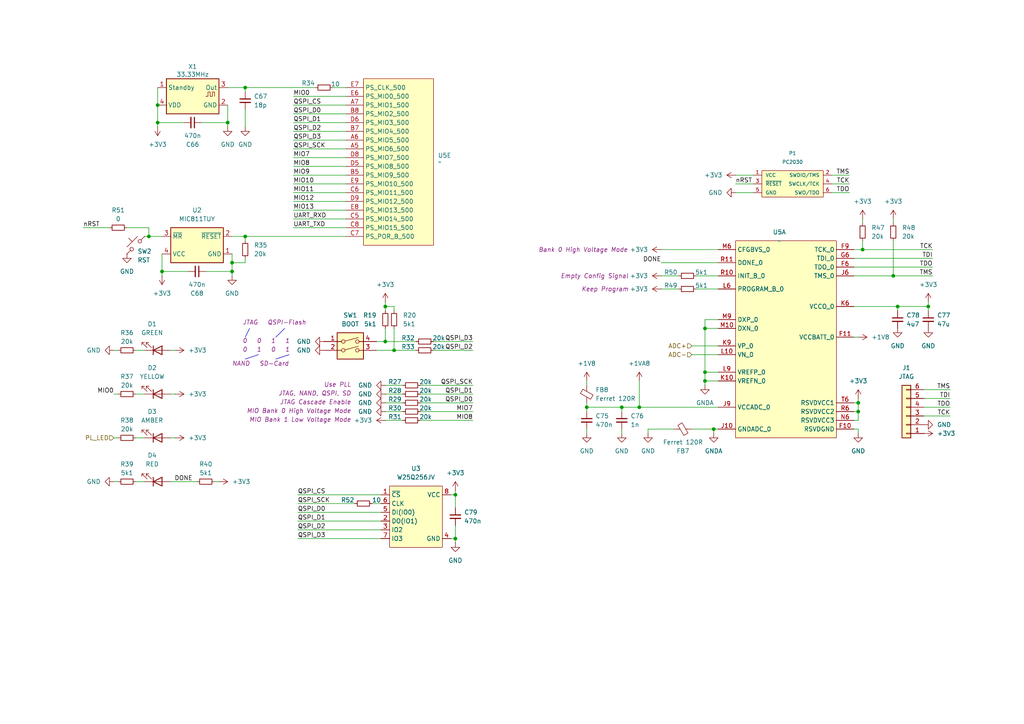
<source format=kicad_sch>
(kicad_sch (version 20231120) (generator "eeschema") (generator_version "8.0")
  (paper "A4")
  (junction (at 114.3 101.6))
  (junction (at 248.92 119.38))
  (junction (at 207.01 124.46))
  (junction (at 67.31 76.2))
  (junction (at 45.72 30.48))
  (junction (at 66.04 35.56))
  (junction (at 111.76 88.9))
  (junction (at 45.72 35.56))
  (junction (at 204.47 107.95))
  (junction (at 111.76 99.06))
  (junction (at 180.34 118.11))
  (junction (at 71.12 25.4))
  (junction (at 67.31 78.74))
  (junction (at 132.08 156.21))
  (junction (at 71.12 68.58))
  (junction (at 46.99 78.74))
  (junction (at 170.18 118.11))
  (junction (at 250.19 72.39))
  (junction (at 260.35 88.9))
  (junction (at 269.24 88.9))
  (junction (at 43.18 68.58))
  (junction (at 248.92 116.84))
  (junction (at 204.47 110.49))
  (junction (at 259.08 80.01))
  (junction (at 132.08 143.51))
  (junction (at 185.42 118.11))
  (junction (at 204.47 95.25))
  (wire (pts (xy 109.22 101.6) (xy 114.3 101.6)))
  (wire (pts (xy 111.76 88.9) (xy 114.3 88.9)))
  (wire (pts (xy 45.72 35.56) (xy 45.72 30.48)))
  (wire (pts (xy 71.12 25.4) (xy 91.44 25.4)))
  (wire (pts (xy 33.02 101.6) (xy 34.29 101.6)))
  (wire (pts (xy 85.09 53.34) (xy 100.33 53.34)))
  (wire (pts (xy 185.42 110.49) (xy 185.42 118.11)))
  (wire (pts (xy 85.09 38.1) (xy 100.33 38.1)))
  (wire (pts (xy 43.18 68.58) (xy 43.18 66.04)))
  (wire (pts (xy 66.04 25.4) (xy 71.12 25.4)))
  (wire (pts (xy 85.09 43.18) (xy 100.33 43.18)))
  (polyline (pts (xy 71.12 104.14) (xy 74.93 102.87)))
  (polyline (pts (xy 80.01 104.14) (xy 83.82 102.87)))
  (wire (pts (xy 85.09 60.96) (xy 100.33 60.96)))
  (wire (pts (xy 250.19 63.5) (xy 250.19 64.77)))
  (wire (pts (xy 85.09 55.88) (xy 100.33 55.88)))
  (wire (pts (xy 85.09 45.72) (xy 100.33 45.72)))
  (wire (pts (xy 86.36 151.13) (xy 110.49 151.13)))
  (wire (pts (xy 85.09 35.56) (xy 100.33 35.56)))
  (wire (pts (xy 170.18 118.11) (xy 180.34 118.11)))
  (wire (pts (xy 50.8 127) (xy 49.53 127)))
  (wire (pts (xy 111.76 114.3) (xy 116.84 114.3)))
  (wire (pts (xy 111.76 116.84) (xy 116.84 116.84)))
  (wire (pts (xy 86.36 153.67) (xy 110.49 153.67)))
  (wire (pts (xy 46.99 68.58) (xy 43.18 68.58)))
  (wire (pts (xy 39.37 101.6) (xy 41.91 101.6)))
  (wire (pts (xy 247.65 121.92) (xy 248.92 121.92)))
  (wire (pts (xy 54.61 78.74) (xy 46.99 78.74)))
  (wire (pts (xy 86.36 156.21) (xy 110.49 156.21)))
  (wire (pts (xy 191.77 76.2) (xy 208.28 76.2)))
  (wire (pts (xy 241.3 55.88) (xy 246.38 55.88)))
  (wire (pts (xy 187.96 124.46) (xy 187.96 125.73)))
  (wire (pts (xy 250.19 69.85) (xy 250.19 72.39)))
  (wire (pts (xy 33.02 127) (xy 34.29 127)))
  (wire (pts (xy 86.36 148.59) (xy 110.49 148.59)))
  (wire (pts (xy 114.3 88.9) (xy 114.3 90.17)))
  (wire (pts (xy 208.28 107.95) (xy 204.47 107.95)))
  (wire (pts (xy 267.97 113.03) (xy 275.59 113.03)))
  (wire (pts (xy 24.13 66.04) (xy 31.75 66.04)))
  (wire (pts (xy 85.09 27.94) (xy 100.33 27.94)))
  (wire (pts (xy 111.76 121.92) (xy 116.84 121.92)))
  (wire (pts (xy 207.01 124.46) (xy 208.28 124.46)))
  (wire (pts (xy 86.36 143.51) (xy 110.49 143.51)))
  (wire (pts (xy 67.31 73.66) (xy 67.31 76.2)))
  (wire (pts (xy 195.58 124.46) (xy 187.96 124.46)))
  (wire (pts (xy 85.09 33.02) (xy 100.33 33.02)))
  (wire (pts (xy 121.92 111.76) (xy 137.16 111.76)))
  (wire (pts (xy 66.04 30.48) (xy 66.04 35.56)))
  (wire (pts (xy 247.65 124.46) (xy 248.92 124.46)))
  (wire (pts (xy 125.73 101.6) (xy 137.16 101.6)))
  (wire (pts (xy 191.77 80.01) (xy 196.85 80.01)))
  (wire (pts (xy 247.65 88.9) (xy 260.35 88.9)))
  (wire (pts (xy 53.34 35.56) (xy 45.72 35.56)))
  (wire (pts (xy 111.76 111.76) (xy 116.84 111.76)))
  (wire (pts (xy 208.28 92.71) (xy 204.47 92.71)))
  (wire (pts (xy 201.93 83.82) (xy 208.28 83.82)))
  (wire (pts (xy 96.52 25.4) (xy 100.33 25.4)))
  (wire (pts (xy 213.36 55.88) (xy 218.44 55.88)))
  (wire (pts (xy 43.18 68.58) (xy 41.91 68.58)))
  (wire (pts (xy 267.97 120.65) (xy 275.59 120.65)))
  (wire (pts (xy 200.66 124.46) (xy 207.01 124.46)))
  (wire (pts (xy 259.08 69.85) (xy 259.08 80.01)))
  (wire (pts (xy 59.69 78.74) (xy 67.31 78.74)))
  (wire (pts (xy 58.42 35.56) (xy 66.04 35.56)))
  (wire (pts (xy 208.28 110.49) (xy 204.47 110.49)))
  (wire (pts (xy 201.93 80.01) (xy 208.28 80.01)))
  (wire (pts (xy 204.47 110.49) (xy 204.47 111.76)))
  (wire (pts (xy 111.76 119.38) (xy 116.84 119.38)))
  (wire (pts (xy 46.99 78.74) (xy 46.99 80.01)))
  (wire (pts (xy 85.09 30.48) (xy 100.33 30.48)))
  (wire (pts (xy 114.3 101.6) (xy 120.65 101.6)))
  (wire (pts (xy 132.08 152.4) (xy 132.08 156.21)))
  (wire (pts (xy 180.34 118.11) (xy 185.42 118.11)))
  (wire (pts (xy 270.51 77.47) (xy 247.65 77.47)))
  (wire (pts (xy 269.24 87.63) (xy 269.24 88.9)))
  (wire (pts (xy 125.73 99.06) (xy 137.16 99.06)))
  (wire (pts (xy 132.08 143.51) (xy 132.08 147.32)))
  (wire (pts (xy 50.8 114.3) (xy 49.53 114.3)))
  (wire (pts (xy 170.18 110.49) (xy 170.18 111.76)))
  (wire (pts (xy 121.92 116.84) (xy 137.16 116.84)))
  (wire (pts (xy 50.8 101.6) (xy 49.53 101.6)))
  (wire (pts (xy 248.92 116.84) (xy 248.92 119.38)))
  (wire (pts (xy 111.76 95.25) (xy 111.76 99.06)))
  (wire (pts (xy 46.99 78.74) (xy 46.99 73.66)))
  (wire (pts (xy 85.09 58.42) (xy 100.33 58.42)))
  (wire (pts (xy 71.12 74.93) (xy 71.12 76.2)))
  (wire (pts (xy 200.66 100.33) (xy 208.28 100.33)))
  (wire (pts (xy 191.77 83.82) (xy 196.85 83.82)))
  (wire (pts (xy 204.47 107.95) (xy 204.47 110.49)))
  (wire (pts (xy 248.92 119.38) (xy 248.92 121.92)))
  (wire (pts (xy 33.02 114.3) (xy 34.29 114.3)))
  (wire (pts (xy 260.35 88.9) (xy 269.24 88.9)))
  (wire (pts (xy 204.47 92.71) (xy 204.47 95.25)))
  (wire (pts (xy 114.3 95.25) (xy 114.3 101.6)))
  (wire (pts (xy 39.37 139.7) (xy 41.91 139.7)))
  (wire (pts (xy 71.12 76.2) (xy 67.31 76.2)))
  (wire (pts (xy 247.65 116.84) (xy 248.92 116.84)))
  (polyline (pts (xy 80.01 97.79) (xy 82.55 95.25)))
  (wire (pts (xy 170.18 116.84) (xy 170.18 118.11)))
  (wire (pts (xy 200.66 102.87) (xy 208.28 102.87)))
  (wire (pts (xy 33.02 139.7) (xy 34.29 139.7)))
  (wire (pts (xy 270.51 74.93) (xy 247.65 74.93)))
  (wire (pts (xy 204.47 95.25) (xy 204.47 107.95)))
  (wire (pts (xy 259.08 80.01) (xy 247.65 80.01)))
  (wire (pts (xy 213.36 50.8) (xy 218.44 50.8)))
  (wire (pts (xy 269.24 88.9) (xy 269.24 90.17)))
  (wire (pts (xy 248.92 124.46) (xy 248.92 125.73)))
  (wire (pts (xy 85.09 63.5) (xy 100.33 63.5)))
  (wire (pts (xy 111.76 87.63) (xy 111.76 88.9)))
  (wire (pts (xy 208.28 95.25) (xy 204.47 95.25)))
  (wire (pts (xy 107.95 146.05) (xy 110.49 146.05)))
  (wire (pts (xy 170.18 118.11) (xy 170.18 119.38)))
  (wire (pts (xy 259.08 63.5) (xy 259.08 64.77)))
  (wire (pts (xy 39.37 114.3) (xy 41.91 114.3)))
  (wire (pts (xy 71.12 69.85) (xy 71.12 68.58)))
  (wire (pts (xy 45.72 35.56) (xy 45.72 36.83)))
  (polyline (pts (xy 71.12 97.79) (xy 72.39 95.25)))
  (wire (pts (xy 132.08 157.48) (xy 132.08 156.21)))
  (wire (pts (xy 86.36 146.05) (xy 102.87 146.05)))
  (wire (pts (xy 49.53 139.7) (xy 57.15 139.7)))
  (wire (pts (xy 191.77 72.39) (xy 208.28 72.39)))
  (wire (pts (xy 121.92 119.38) (xy 137.16 119.38)))
  (wire (pts (xy 109.22 99.06) (xy 111.76 99.06)))
  (wire (pts (xy 132.08 142.24) (xy 132.08 143.51)))
  (wire (pts (xy 71.12 68.58) (xy 100.33 68.58)))
  (wire (pts (xy 36.83 66.04) (xy 43.18 66.04)))
  (wire (pts (xy 62.23 139.7) (xy 63.5 139.7)))
  (wire (pts (xy 66.04 35.56) (xy 66.04 36.83)))
  (wire (pts (xy 180.34 118.11) (xy 180.34 119.38)))
  (wire (pts (xy 270.51 72.39) (xy 250.19 72.39)))
  (wire (pts (xy 260.35 88.9) (xy 260.35 90.17)))
  (wire (pts (xy 71.12 25.4) (xy 71.12 26.67)))
  (wire (pts (xy 121.92 121.92) (xy 137.16 121.92)))
  (wire (pts (xy 185.42 118.11) (xy 208.28 118.11)))
  (wire (pts (xy 207.01 125.73) (xy 207.01 124.46)))
  (wire (pts (xy 170.18 125.73) (xy 170.18 124.46)))
  (wire (pts (xy 111.76 88.9) (xy 111.76 90.17)))
  (wire (pts (xy 241.3 53.34) (xy 246.38 53.34)))
  (wire (pts (xy 67.31 68.58) (xy 71.12 68.58)))
  (wire (pts (xy 71.12 36.83) (xy 71.12 31.75)))
  (wire (pts (xy 248.92 115.57) (xy 248.92 116.84)))
  (wire (pts (xy 85.09 66.04) (xy 100.33 66.04)))
  (wire (pts (xy 111.76 99.06) (xy 120.65 99.06)))
  (wire (pts (xy 275.59 115.57) (xy 267.97 115.57)))
  (wire (pts (xy 67.31 78.74) (xy 67.31 80.01)))
  (wire (pts (xy 121.92 114.3) (xy 137.16 114.3)))
  (wire (pts (xy 241.3 50.8) (xy 246.38 50.8)))
  (wire (pts (xy 247.65 97.79) (xy 248.92 97.79)))
  (wire (pts (xy 39.37 127) (xy 41.91 127)))
  (wire (pts (xy 250.19 72.39) (xy 247.65 72.39)))
  (wire (pts (xy 180.34 125.73) (xy 180.34 124.46)))
  (wire (pts (xy 247.65 119.38) (xy 248.92 119.38)))
  (wire (pts (xy 45.72 25.4) (xy 45.72 30.48)))
  (wire (pts (xy 275.59 118.11) (xy 267.97 118.11)))
  (wire (pts (xy 132.08 143.51) (xy 130.81 143.51)))
  (wire (pts (xy 270.51 80.01) (xy 259.08 80.01)))
  (wire (pts (xy 85.09 50.8) (xy 100.33 50.8)))
  (wire (pts (xy 85.09 48.26) (xy 100.33 48.26)))
  (wire (pts (xy 85.09 40.64) (xy 100.33 40.64)))
  (wire (pts (xy 132.08 156.21) (xy 130.81 156.21)))
  (wire (pts (xy 213.36 53.34) (xy 218.44 53.34)))
  (wire (pts (xy 67.31 76.2) (xy 67.31 78.74)))
  (text "Keep Program\n" (at 182.372 84.074 0) (effects (font (size 1.27 1.27) (italic yes)) (justify right)))
  (text "JTAG Cascade Enable\n" (at 101.854 116.84 0) (effects (font (size 1.27 1.27) (italic yes)) (justify right)))
  (text "NAND   SD-Card\n" (at 83.82 105.664 0) (effects (font (size 1.27 1.27) (italic yes)) (justify right)))
  (text "Bank 0 High Voltage Mode" (at 182.118 72.644 0) (effects (font (size 1.27 1.27) (italic yes)) (justify right)))
  (text "JTAG   QSPI-Flash" (at 70.358 93.726 0) (effects (font (size 1.27 1.27) (italic yes)) (justify left)))
  (text "MIO Bank 1 Low Voltage Mode" (at 101.854 121.92 0) (effects (font (size 1.27 1.27) (italic yes)) (justify right)))
  (text "0   1   0   1" (at 84.074 101.6 0) (effects (font (size 1.27 1.27) (italic yes)) (justify right)))
  (text "0   0   1   1" (at 84.074 99.06 0) (effects (font (size 1.27 1.27) (italic yes)) (justify right)))
  (text "Use PLL" (at 101.854 111.76 0) (effects (font (size 1.27 1.27) (italic yes)) (justify right)))
  (text "MIO Bank 0 High Voltage Mode" (at 101.854 119.38 0) (effects (font (size 1.27 1.27) (thickness 0.1588) (italic yes)) (justify right)))
  (text "Empty Config Signal" (at 182.372 80.264 0) (effects (font (size 1.27 1.27) (italic yes)) (justify right)))
  (text "JTAG, NAND, QSPI, SD" (at 101.854 114.3 0) (effects (font (size 1.27 1.27) (thickness 0.1588) (italic yes)) (justify right)))
  (label "UART_TXD" (at 85.09 66.04 0))
  (label "TDI" (at 270.51 74.93 180))
  (label "MIO13" (at 85.09 60.96 0))
  (label "QSPI_D1" (at 137.16 114.3 180))
  (label "QSPI_SCK" (at 137.16 111.76 180))
  (label "MIO11" (at 85.09 55.88 0))
  (label "QSPI_CS" (at 85.09 30.48 0))
  (label "TCK" (at 275.59 120.65 180))
  (label "TDO" (at 270.51 77.47 180))
  (label "DONE" (at 191.77 76.2 180))
  (label "TMS" (at 275.59 113.03 180))
  (label "MIO0" (at 33.02 114.3 180))
  (label "QSPI_SCK" (at 85.09 43.18 0))
  (label "QSPI_D3" (at 86.36 156.21 0))
  (label "QSPI_D2" (at 137.16 101.6 180))
  (label "MIO7" (at 85.09 45.72 0))
  (label "TCK" (at 246.38 53.34 180))
  (label "TCK" (at 270.51 72.39 180))
  (label "MIO8" (at 85.09 48.26 0))
  (label "QSPI_D2" (at 85.09 38.1 0))
  (label "TDO" (at 246.38 55.88 180))
  (label "nRST" (at 24.13 66.04 0))
  (label "MIO7" (at 137.16 119.38 180))
  (label "QSPI_D0" (at 137.16 116.84 180))
  (label "UART_RXD" (at 85.09 63.5 0))
  (label "QSPI_D2" (at 86.36 153.67 0))
  (label "QSPI_D3" (at 137.16 99.06 180))
  (label "QSPI_D1" (at 86.36 151.13 0))
  (label "QSPI_CS" (at 86.36 143.51 0))
  (label "QSPI_D1" (at 85.09 35.56 0))
  (label "QSPI_D0" (at 86.36 148.59 0))
  (label "nRST" (at 213.36 53.34 0))
  (label "TDO" (at 275.59 118.11 180))
  (label "MIO8" (at 137.16 121.92 180))
  (label "QSPI_D0" (at 85.09 33.02 0))
  (label "TDI" (at 275.59 115.57 180))
  (label "QSPI_D3" (at 85.09 40.64 0))
  (label "MIO9" (at 85.09 50.8 0))
  (label "MIO0" (at 85.09 27.94 0))
  (label "QSPI_SCK" (at 86.36 146.05 0))
  (label "DONE" (at 55.88 139.7 180))
  (label "TMS" (at 246.38 50.8 180))
  (label "TMS" (at 270.51 80.01 180))
  (label "MIO10" (at 85.09 53.34 0))
  (label "MIO12" (at 85.09 58.42 0))
  (hierarchical_label "PL_LED" (shape input) (at 33.02 127 180))
  (hierarchical_label "ADC-" (shape input) (at 200.66 102.87 180))
  (hierarchical_label "ADC+" (shape input) (at 200.66 100.33 180))
  (symbol (lib_id "Device:R_Small") (at 238.76 -12.7 0) (unit 1)
    (property "Reference" "R44" (at 241.3 -13.9701 0) (effects (justify left)))
    (property "Value" "5k1" (at 241.3 -11.4301 0) (effects (justify left)))
    (property "Footprint" "otter:R_0402" (effects (hide yes)))
    (property "Description" "Resistor, small symbol" (effects (hide yes)))
  )
  (symbol (lib_id "Device:R_Small") (at 71.12 72.39 180) (unit 1)
    (property "Reference" "R35" (at 73.66 71.1199 0) (effects (justify right)))
    (property "Value" "20k" (at 73.66 73.6599 0) (effects (justify right)))
    (property "Footprint" "otter:R_0402" (effects (hide yes)))
    (property "Description" "Resistor, small symbol" (effects (hide yes)))
  )
  (symbol (lib_id "Device:C_Small") (at 55.88 35.56 270) (mirror x) (unit 1)
    (property "Reference" "C66" (at 55.8736 41.91 90))
    (property "Value" "470n" (at 55.8736 39.37 90))
    (property "Footprint" "otter:C_0402" (effects (hide yes)))
    (property "Description" "Unpolarized capacitor, small symbol" (effects (hide yes)))
  )
  (symbol (lib_id "Device:R_Small") (at 259.08 67.31 180) (unit 1)
    (property "Reference" "R48" (at 261.62 66.0399 0) (effects (justify right)))
    (property "Value" "20k" (at 261.62 68.5799 0) (effects (justify right)))
    (property "Footprint" "otter:R_0402" (effects (hide yes)))
    (property "Description" "Resistor, small symbol" (effects (hide yes)))
  )
  (symbol (lib_id "power:+3V3") (at 248.92 115.57 0) (unit 1)
    (property "Reference" "#PWR0133" (effects (hide yes)))
    (property "Value" "+3V3" (at 248.92 110.49 0))
    (property "Description" "Power symbol creates a global label with name \"+3V3\"" (effects (hide yes)))
  )
  (symbol (lib_id "power:+3V3") (at 50.8 101.6 270) (mirror x) (unit 1)
    (property "Reference" "#PWR0103" (effects (hide yes)))
    (property "Value" "+3V3" (at 54.61 101.5999 90) (effects (justify left)))
    (property "Description" "Power symbol creates a global label with name \"+3V3\"" (effects (hide yes)))
  )
  (symbol (lib_id "power:+3V3") (at 269.24 87.63 0) (unit 1)
    (property "Reference" "#PWR0131" (effects (hide yes)))
    (property "Value" "+3V3" (at 269.24 82.55 0))
    (property "Description" "Power symbol creates a global label with name \"+3V3\"" (effects (hide yes)))
  )
  (symbol (lib_id "power:GND") (at 93.98 101.6 270) (unit 1)
    (property "Reference" "#PWR093" (effects (hide yes)))
    (property "Value" "GND" (at 90.17 101.5999 90) (effects (justify right)))
    (property "Description" "Power symbol creates a global label with name \"GND\" , ground" (effects (hide yes)))
  )
  (symbol (lib_id "Device:C_Small") (at 269.24 92.71 0) (unit 1)
    (property "Reference" "C77" (at 271.78 91.4462 0) (effects (justify left)))
    (property "Value" "47u" (at 271.78 93.9862 0) (effects (justify left)))
    (property "Footprint" "otter:C_0805" (effects (hide yes)))
    (property "Description" "Unpolarized capacitor, small symbol" (effects (hide yes)))
  )
  (symbol (lib_id "Device:R_Small") (at 105.41 146.05 90) (unit 1)
    (property "Reference" "R52" (at 100.838 145.034 90))
    (property "Value" "10" (at 109.22 145.034 90))
    (property "Footprint" "otter:R_0402" (effects (hide yes)))
    (property "Description" "Resistor, small symbol" (effects (hide yes)))
  )
  (symbol (lib_id "power:GND") (at 187.96 125.73 0) (unit 1)
    (property "Reference" "#PWR0118" (effects (hide yes)))
    (property "Value" "GND" (at 187.96 130.81 0))
    (property "Description" "Power symbol creates a global label with name \"GND\" , ground" (effects (hide yes)))
  )
  (symbol (lib_id "power:+1V0") (at 203.2 -36.83 90) (unit 1)
    (property "Reference" "#PWR0109" (effects (hide yes)))
    (property "Value" "+1V0" (at 199.39 -36.8301 90) (effects (justify left)))
    (property "Description" "Power symbol creates a global label with name \"+1V0\"" (effects (hide yes)))
  )
  (symbol (lib_id "power:+1V8") (at 170.18 110.49 0) (unit 1)
    (property "Reference" "#PWR0121" (effects (hide yes)))
    (property "Value" "+1V8" (at 170.18 105.41 0))
    (property "Description" "Power symbol creates a global label with name \"+1V8\"" (effects (hide yes)))
  )
  (symbol (lib_id "Device:C_Small") (at 247.65 -20.32 0) (unit 1)
    (property "Reference" "C74" (at 250.19 -21.5838 0) (effects (justify left)))
    (property "Value" "18p" (at 250.19 -19.0438 0) (effects (justify left)))
    (property "Footprint" "otter:C_0402" (effects (hide yes)))
    (property "Description" "Unpolarized capacitor, small symbol" (effects (hide yes)))
  )
  (symbol (lib_id "otter:ASDMB-xxxMHz") (at 55.88 27.94 0) (unit 1)
    (property "Reference" "X1" (at 55.88 19.304 0))
    (property "Value" "33.33MHz" (at 55.88 21.59 0))
    (property "Footprint" "otter:2532_SMD_CRYSTAL" (effects (hide yes)))
  )
  (symbol (lib_id "Device:R_Small") (at 209.55 -12.7 0) (unit 1)
    (property "Reference" "R41" (at 212.09 -13.9701 0) (effects (justify left)))
    (property "Value" "0" (at 212.09 -11.4301 0) (effects (justify left)))
    (property "Footprint" "otter:R_0402" (effects (hide yes)))
    (property "Description" "Resistor, small symbol" (effects (hide yes)))
  )
  (symbol (lib_id "Device:C_Small") (at 238.76 -20.32 0) (unit 1)
    (property "Reference" "C73" (at 241.3 -21.5838 0) (effects (justify left)))
    (property "Value" "1n" (at 241.3 -19.0438 0) (effects (justify left)))
    (property "Footprint" "otter:C_0603" (effects (hide yes)))
    (property "Description" "Unpolarized capacitor, small symbol" (effects (hide yes)))
  )
  (symbol (lib_id "Device:R_Small") (at 119.38 111.76 90) (unit 1)
    (property "Reference" "R27" (at 114.554 110.744 90))
    (property "Value" "20k" (at 123.444 110.744 90))
    (property "Footprint" "otter:R_0402" (effects (hide yes)))
    (property "Description" "Resistor, small symbol" (effects (hide yes)))
  )
  (symbol (lib_id "power:+3V3") (at 203.2 -17.78 90) (unit 1)
    (property "Reference" "#PWR0115" (effects (hide yes)))
    (property "Value" "+3V3" (at 199.39 -17.7801 90) (effects (justify left)))
    (property "Description" "Power symbol creates a global label with name \"+3V3\"" (effects (hide yes)))
  )
  (symbol (lib_id "Device:R_Small") (at 93.98 25.4 90) (unit 1)
    (property "Reference" "R34" (at 89.408 24.13 90))
    (property "Value" "10" (at 97.282 24.384 90))
    (property "Footprint" "otter:R_0402" (effects (hide yes)))
    (property "Description" "Resistor, small symbol" (effects (hide yes)))
  )
  (symbol (lib_id "Device:R_Small") (at 36.83 114.3 90) (mirror x) (unit 1)
    (property "Reference" "R37" (at 36.83 109.22 90))
    (property "Value" "20k" (at 36.83 111.76 90))
    (property "Footprint" "otter:R_0402" (effects (hide yes)))
    (property "Description" "Resistor, small symbol" (effects (hide yes)))
  )
  (symbol (lib_id "Device:R_Small") (at 111.76 92.71 0) (unit 1)
    (property "Reference" "R19" (at 109.22 91.4399 0) (effects (justify right)))
    (property "Value" "5k1" (at 109.22 93.9799 0) (effects (justify right)))
    (property "Footprint" "otter:R_0402" (effects (hide yes)))
    (property "Description" "Resistor, small symbol" (effects (hide yes)))
  )
  (symbol (lib_id "power:GND") (at 111.76 116.84 270) (unit 1)
    (property "Reference" "#PWR097" (effects (hide yes)))
    (property "Value" "GND" (at 107.95 116.8399 90) (effects (justify right)))
    (property "Description" "Power symbol creates a global label with name \"GND\" , ground" (effects (hide yes)))
  )
  (symbol (lib_id "power:GND") (at 267.97 123.19 90) (unit 1)
    (property "Reference" "#PWR0138" (effects (hide yes)))
    (property "Value" "GND" (at 271.78 123.1899 90) (effects (justify right)))
    (property "Description" "Power symbol creates a global label with name \"GND\" , ground" (effects (hide yes)))
  )
  (symbol (lib_id "otter:XC7Z020-1CLG400C") (at 208.28 127 0) (unit 1)
    (property "Reference" "U5" (at 226.06 67.31 0))
    (property "Value" "~" (at 226.06 69.85 0))
    (property "Footprint" "otter:1CLG400C" (effects (hide yes)))
  )
  (symbol (lib_id "power:+1V35") (at 203.2 -29.21 90) (unit 1)
    (property "Reference" "#PWR0112" (effects (hide yes)))
    (property "Value" "+1V35" (at 199.39 -29.2101 90) (effects (justify left)))
    (property "Description" "Power symbol creates a global label with name \"+1V35\"" (effects (hide yes)))
  )
  (symbol (lib_id "power:GND") (at 269.24 95.25 0) (unit 1)
    (property "Reference" "#PWR0130" (effects (hide yes)))
    (property "Value" "GND" (at 269.24 100.33 0))
    (property "Description" "Power symbol creates a global label with name \"GND\" , ground" (effects (hide yes)))
  )
  (symbol (lib_id "Device:R_Small") (at 34.29 66.04 90) (unit 1)
    (property "Reference" "R51" (at 34.29 60.96 90))
    (property "Value" "0" (at 34.29 63.5 90))
    (property "Footprint" "otter:R_0402" (effects (hide yes)))
    (property "Description" "Resistor, small symbol" (effects (hide yes)))
  )
  (symbol (lib_id "Device:C_Small") (at 218.44 -20.32 0) (unit 1)
    (property "Reference" "C70" (at 220.98 -21.5838 0) (effects (justify left)))
    (property "Value" "4u7" (at 220.98 -19.0438 0) (effects (justify left)))
    (property "Footprint" "otter:C_0603" (effects (hide yes)))
    (property "Description" "Unpolarized capacitor, small symbol" (effects (hide yes)))
  )
  (symbol (lib_id "power:GND") (at 36.83 73.66 0) (unit 1)
    (property "Reference" "#PWR0102" (effects (hide yes)))
    (property "Value" "GND" (at 36.83 78.74 0))
    (property "Description" "Power symbol creates a global label with name \"GND\" , ground" (effects (hide yes)))
  )
  (symbol (lib_id "power:+3V3") (at 213.36 50.8 90) (unit 1)
    (property "Reference" "#PWR0135" (effects (hide yes)))
    (property "Value" "+3V3" (at 209.55 50.7999 90) (effects (justify left)))
    (property "Description" "Power symbol creates a global label with name \"+3V3\"" (effects (hide yes)))
  )
  (symbol (lib_id "otter:XC7Z020-1CLG400C") (at 100.33 71.12 0) (unit 5)
    (property "Reference" "U5" (at 127 45.0849 0) (effects (justify left)))
    (property "Value" "~" (at 127 46.99 0) (effects (justify left)))
    (property "Footprint" "otter:1CLG400C" (effects (hide yes)))
  )
  (symbol (lib_id "Device:FerriteBead_Small") (at 213.36 -27.94 90) (unit 1)
    (property "Reference" "FB6" (at 213.3219 -34.29 90))
    (property "Value" "Ferret 120R" (at 213.3219 -31.75 90))
    (property "Description" "Ferrite bead, small symbol" (effects (hide yes)))
  )
  (symbol (lib_id "power:GND") (at 180.34 125.73 0) (unit 1)
    (property "Reference" "#PWR0119" (effects (hide yes)))
    (property "Value" "GND" (at 180.34 130.81 0))
    (property "Description" "Power symbol creates a global label with name \"GND\" , ground" (effects (hide yes)))
  )
  (symbol (lib_id "power:+5V") (at 203.2 -10.16 90) (unit 1)
    (property "Reference" "#PWR0117" (effects (hide yes)))
    (property "Value" "+5V" (at 199.39 -10.1601 90) (effects (justify left)))
    (property "Description" "Power symbol creates a global label with name \"+5V\"" (effects (hide yes)))
  )
  (symbol (lib_id "power:+3V3") (at 191.77 72.39 90) (mirror x) (unit 1)
    (property "Reference" "#PWR0123" (effects (hide yes)))
    (property "Value" "+3V3" (at 187.96 72.3899 90) (effects (justify left)))
    (property "Description" "Power symbol creates a global label with name \"+3V3\"" (effects (hide yes)))
  )
  (symbol (lib_id "power:GND") (at 170.18 125.73 0) (unit 1)
    (property "Reference" "#PWR0120" (effects (hide yes)))
    (property "Value" "GND" (at 170.18 130.81 0))
    (property "Description" "Power symbol creates a global label with name \"GND\" , ground" (effects (hide yes)))
  )
  (symbol (lib_id "power:GND") (at 213.36 55.88 270) (unit 1)
    (property "Reference" "#PWR0136" (effects (hide yes)))
    (property "Value" "GND" (at 209.55 55.8799 90) (effects (justify right)))
    (property "Description" "Power symbol creates a global label with name \"GND\" , ground" (effects (hide yes)))
  )
  (symbol (lib_id "Device:C_Small") (at 57.15 78.74 270) (mirror x) (unit 1)
    (property "Reference" "C68" (at 57.1436 85.09 90))
    (property "Value" "470n" (at 57.1436 82.55 90))
    (property "Footprint" "otter:C_0402" (effects (hide yes)))
    (property "Description" "Unpolarized capacitor, small symbol" (effects (hide yes)))
  )
  (symbol (lib_id "Device:LED") (at 45.72 114.3 0) (mirror x) (unit 1)
    (property "Reference" "D2" (at 44.1325 106.68 0))
    (property "Value" "YELLOW" (at 44.1325 109.22 0))
    (property "Description" "Light emitting diode" (effects (hide yes)))
  )
  (symbol (lib_id "power:GND") (at 66.04 36.83 0) (unit 1)
    (property "Reference" "#PWR077" (effects (hide yes)))
    (property "Value" "GND" (at 66.04 41.91 0))
    (property "Description" "Power symbol creates a global label with name \"GND\" , ground" (effects (hide yes)))
  )
  (symbol (lib_id "power:GND") (at 93.98 99.06 270) (unit 1)
    (property "Reference" "#PWR092" (effects (hide yes)))
    (property "Value" "GND" (at 90.17 99.0599 90) (effects (justify right)))
    (property "Description" "Power symbol creates a global label with name \"GND\" , ground" (effects (hide yes)))
  )
  (symbol (lib_id "Device:C_Small") (at 71.12 29.21 0) (unit 1)
    (property "Reference" "C67" (at 73.66 27.9462 0) (effects (justify left)))
    (property "Value" "18p" (at 73.66 30.4862 0) (effects (justify left)))
    (property "Footprint" "otter:C_0402" (effects (hide yes)))
    (property "Description" "Unpolarized capacitor, small symbol" (effects (hide yes)))
  )
  (symbol (lib_id "Device:C_Polarized_Small") (at 227.33 -29.21 0) (unit 1)
    (property "Reference" "C71" (at 229.87 -31.0262 0) (effects (justify left)))
    (property "Value" "330u" (at 229.87 -28.4862 0) (effects (justify left)))
    (property "Footprint" "Capacitor_Tantalum_SMD:CP_EIA-7343-15_Kemet-W" (effects (hide yes)))
    (property "Description" "Polarized capacitor, small symbol" (effects (hide yes)))
  )
  (symbol (lib_id "Device:LED") (at 45.72 101.6 0) (mirror x) (unit 1)
    (property "Reference" "D1" (at 44.1325 93.98 0))
    (property "Value" "GREEN" (at 44.1325 96.52 0))
    (property "Description" "Light emitting diode" (effects (hide yes)))
  )
  (symbol (lib_id "power:+3V3") (at 191.77 80.01 90) (unit 1)
    (property "Reference" "#PWR0127" (effects (hide yes)))
    (property "Value" "+3V3" (at 187.96 80.0099 90) (effects (justify left)))
    (property "Description" "Power symbol creates a global label with name \"+3V3\"" (effects (hide yes)))
  )
  (symbol (lib_id "power:GND") (at 111.76 111.76 270) (unit 1)
    (property "Reference" "#PWR095" (effects (hide yes)))
    (property "Value" "GND" (at 107.95 111.7599 90) (effects (justify right)))
    (property "Description" "Power symbol creates a global label with name \"GND\" , ground" (effects (hide yes)))
  )
  (symbol (lib_id "Switch:SW_DIP_x02") (at 101.6 101.6 0) (unit 1)
    (property "Reference" "SW1" (at 101.6 91.44 0))
    (property "Value" "BOOT" (at 101.6 93.98 0))
    (property "Description" "2x DIP Switch, Single Pole Single Throw (SPST) switch, small symbol" (effects (hide yes)))
  )
  (symbol (lib_id "power:GND") (at 260.35 95.25 0) (unit 1)
    (property "Reference" "#PWR0129" (effects (hide yes)))
    (property "Value" "GND" (at 260.35 100.33 0))
    (property "Description" "Power symbol creates a global label with name \"GND\" , ground" (effects (hide yes)))
  )
  (symbol (lib_id "power:+3V3") (at 191.77 83.82 90) (unit 1)
    (property "Reference" "#PWR0126" (effects (hide yes)))
    (property "Value" "+3V3" (at 187.96 83.8199 90) (effects (justify left)))
    (property "Description" "Power symbol creates a global label with name \"+3V3\"" (effects (hide yes)))
  )
  (symbol (lib_id "power:+3V3") (at 111.76 121.92 90) (unit 1)
    (property "Reference" "#PWR099" (effects (hide yes)))
    (property "Value" "+3V3" (at 107.95 121.9199 90) (effects (justify left)))
    (property "Description" "Power symbol creates a global label with name \"+3V3\"" (effects (hide yes)))
  )
  (symbol (lib_id "power:GNDA") (at 204.47 111.76 0) (unit 1)
    (property "Reference" "#PWR0134" (effects (hide yes)))
    (property "Value" "GNDA" (at 204.47 116.84 0))
    (property "Description" "Power symbol creates a global label with name \"GNDA\" , analog ground" (effects (hide yes)))
  )
  (symbol (lib_id "Device:R_Small") (at 123.19 101.6 90) (unit 1)
    (property "Reference" "R33" (at 118.364 100.584 90))
    (property "Value" "20k" (at 127.254 100.584 90))
    (property "Footprint" "otter:R_0402" (effects (hide yes)))
    (property "Description" "Resistor, small symbol" (effects (hide yes)))
  )
  (symbol (lib_id "power:GND") (at 111.76 119.38 270) (unit 1)
    (property "Reference" "#PWR098" (effects (hide yes)))
    (property "Value" "GND" (at 107.95 119.3799 90) (effects (justify right)))
    (property "Description" "Power symbol creates a global label with name \"GND\" , ground" (effects (hide yes)))
  )
  (symbol (lib_id "Device:R_Small") (at 123.19 99.06 90) (unit 1)
    (property "Reference" "R32" (at 118.364 98.044 90))
    (property "Value" "20k" (at 127.254 98.044 90))
    (property "Footprint" "otter:R_0402" (effects (hide yes)))
    (property "Description" "Resistor, small symbol" (effects (hide yes)))
  )
  (symbol (lib_id "Device:LED") (at 45.72 139.7 0) (mirror x) (unit 1)
    (property "Reference" "D4" (at 44.1325 132.08 0))
    (property "Value" "RED" (at 44.1325 134.62 0))
    (property "Description" "Light emitting diode" (effects (hide yes)))
  )
  (symbol (lib_id "power:+3V3") (at 50.8 127 270) (mirror x) (unit 1)
    (property "Reference" "#PWR0108" (effects (hide yes)))
    (property "Value" "+3V3" (at 54.61 126.9999 90) (effects (justify left)))
    (property "Description" "Power symbol creates a global label with name \"+3V3\"" (effects (hide yes)))
  )
  (symbol (lib_id "Device:R_Small") (at 36.83 127 90) (mirror x) (unit 1)
    (property "Reference" "R38" (at 36.83 121.92 90))
    (property "Value" "20k" (at 36.83 124.46 90))
    (property "Footprint" "otter:R_0402" (effects (hide yes)))
    (property "Description" "Resistor, small symbol" (effects (hide yes)))
  )
  (symbol (lib_id "power:+1V8") (at 185.42 110.49 0) (unit 1)
    (property "Reference" "#PWR0122" (effects (hide yes)))
    (property "Value" "+1VA8" (at 185.42 105.41 0))
    (property "Description" "Power symbol creates a global label with name \"+1V8\"" (effects (hide yes)))
  )
  (symbol (lib_id "Device:C_Small") (at 260.35 92.71 0) (unit 1)
    (property "Reference" "C78" (at 262.89 91.4462 0) (effects (justify left)))
    (property "Value" "4u7" (at 262.89 93.9862 0) (effects (justify left)))
    (property "Footprint" "otter:C_0603" (effects (hide yes)))
    (property "Description" "Unpolarized capacitor, small symbol" (effects (hide yes)))
  )
  (symbol (lib_id "power:+1V8") (at 203.2 -25.4 90) (unit 1)
    (property "Reference" "#PWR0113" (effects (hide yes)))
    (property "Value" "+1V8" (at 199.39 -25.4001 90) (effects (justify left)))
    (property "Description" "Power symbol creates a global label with name \"+1V8\"" (effects (hide yes)))
  )
  (symbol (lib_id "power:+3V3") (at 111.76 87.63 0) (unit 1)
    (property "Reference" "#PWR094" (effects (hide yes)))
    (property "Value" "+3V3" (at 111.76 82.55 0))
    (property "Description" "Power symbol creates a global label with name \"+3V3\"" (effects (hide yes)))
  )
  (symbol (lib_id "power:GND") (at 67.31 80.01 0) (unit 1)
    (property "Reference" "#PWR0101" (effects (hide yes)))
    (property "Value" "GND" (at 67.31 85.09 0))
    (property "Description" "Power symbol creates a global label with name \"GND\" , ground" (effects (hide yes)))
  )
  (symbol (lib_id "Device:R_Small") (at 256.54 -12.7 0) (unit 1)
    (property "Reference" "R46" (at 259.08 -13.9701 0) (effects (justify left)))
    (property "Value" "1M" (at 259.08 -11.4301 0) (effects (justify left)))
    (property "Footprint" "otter:R_0603" (effects (hide yes)))
    (property "Description" "Resistor, small symbol" (effects (hide yes)))
  )
  (symbol (lib_id "Device:R_Small") (at 114.3 92.71 0) (unit 1)
    (property "Reference" "R20" (at 116.84 91.4399 0) (effects (justify left)))
    (property "Value" "5k1" (at 116.84 93.9799 0) (effects (justify left)))
    (property "Footprint" "otter:R_0402" (effects (hide yes)))
    (property "Description" "Resistor, small symbol" (effects (hide yes)))
  )
  (symbol (lib_id "Device:R_Small") (at 250.19 67.31 180) (unit 1)
    (property "Reference" "R47" (at 252.73 66.0399 0) (effects (justify right)))
    (property "Value" "20k" (at 252.73 68.5799 0) (effects (justify right)))
    (property "Footprint" "otter:R_0402" (effects (hide yes)))
    (property "Description" "Resistor, small symbol" (effects (hide yes)))
  )
  (symbol (lib_id "power:+3V3") (at 259.08 63.5 0) (unit 1)
    (property "Reference" "#PWR0125" (effects (hide yes)))
    (property "Value" "+3V3" (at 259.08 58.42 0))
    (property "Description" "Power symbol creates a global label with name \"+3V3\"" (effects (hide yes)))
  )
  (symbol (lib_id "Device:FerriteBead_Small") (at 170.18 114.3 180) (unit 1)
    (property "Reference" "FB8" (at 172.72 113.068 0) (effects (justify right)))
    (property "Value" "Ferret 120R" (at 172.72 115.608 0) (effects (justify right)))
    (property "Description" "Ferrite bead, small symbol" (effects (hide yes)))
  )
  (symbol (lib_id "Device:FerriteBead_Small") (at 198.12 124.46 90) (mirror x) (unit 1)
    (property "Reference" "FB7" (at 198.0819 130.81 90))
    (property "Value" "Ferret 120R" (at 198.0819 128.27 90))
    (property "Description" "Ferrite bead, small symbol" (effects (hide yes)))
  )
  (symbol (lib_id "Device:C_Small") (at 170.18 121.92 0) (unit 1)
    (property "Reference" "C75" (at 172.72 120.6562 0) (effects (justify left)))
    (property "Value" "470n" (at 172.72 123.1962 0) (effects (justify left)))
    (property "Footprint" "otter:C_0402" (effects (hide yes)))
    (property "Description" "Unpolarized capacitor, small symbol" (effects (hide yes)))
  )
  (symbol (lib_id "power:+3V3") (at 50.8 114.3 270) (mirror x) (unit 1)
    (property "Reference" "#PWR0106" (effects (hide yes)))
    (property "Value" "+3V3" (at 54.61 114.2999 90) (effects (justify left)))
    (property "Description" "Power symbol creates a global label with name \"+3V3\"" (effects (hide yes)))
  )
  (symbol (lib_id "power:GND") (at 248.92 125.73 0) (unit 1)
    (property "Reference" "#PWR0128" (effects (hide yes)))
    (property "Value" "GND" (at 248.92 130.81 0))
    (property "Description" "Power symbol creates a global label with name \"GND\" , ground" (effects (hide yes)))
  )
  (symbol (lib_id "power:GND") (at 111.76 114.3 270) (unit 1)
    (property "Reference" "#PWR096" (effects (hide yes)))
    (property "Value" "GND" (at 107.95 114.2999 90) (effects (justify right)))
    (property "Description" "Power symbol creates a global label with name \"GND\" , ground" (effects (hide yes)))
  )
  (symbol (lib_id "Device:R_Small") (at 227.33 -12.7 0) (unit 1)
    (property "Reference" "R43" (at 229.87 -13.9701 0) (effects (justify left)))
    (property "Value" "49R9" (at 229.87 -11.4301 0) (effects (justify left)))
    (property "Footprint" "otter:R_0402" (effects (hide yes)))
    (property "Description" "Resistor, small symbol" (effects (hide yes)))
  )
  (symbol (lib_id "power:GND") (at 71.12 36.83 0) (unit 1)
    (property "Reference" "#PWR091" (effects (hide yes)))
    (property "Value" "GND" (at 71.12 41.91 0))
    (property "Description" "Power symbol creates a global label with name \"GND\" , ground" (effects (hide yes)))
  )
  (symbol (lib_id "Device:R_Small") (at 119.38 119.38 90) (unit 1)
    (property "Reference" "R30" (at 114.554 118.364 90))
    (property "Value" "20k" (at 123.444 118.364 90))
    (property "Footprint" "otter:R_0402" (effects (hide yes)))
    (property "Description" "Resistor, small symbol" (effects (hide yes)))
  )
  (symbol (lib_id "Device:R_Small") (at 36.83 139.7 90) (mirror x) (unit 1)
    (property "Reference" "R39" (at 36.83 134.62 90))
    (property "Value" "5k1" (at 36.83 137.16 90))
    (property "Footprint" "otter:R_0402" (effects (hide yes)))
    (property "Description" "Resistor, small symbol" (effects (hide yes)))
  )
  (symbol (lib_id "power:+1V8") (at 248.92 97.79 270) (unit 1)
    (property "Reference" "#PWR0132" (effects (hide yes)))
    (property "Value" "+1V8" (at 252.73 97.7899 90) (effects (justify left)))
    (property "Description" "Power symbol creates a global label with name \"+1V8\"" (effects (hide yes)))
  )
  (symbol (lib_id "Device:R_Small") (at 119.38 116.84 90) (unit 1)
    (property "Reference" "R29" (at 114.554 115.824 90))
    (property "Value" "20k" (at 123.444 115.824 90))
    (property "Footprint" "otter:R_0402" (effects (hide yes)))
    (property "Description" "Resistor, small symbol" (effects (hide yes)))
  )
  (symbol (lib_id "Device:LED") (at 45.72 127 0) (mirror x) (unit 1)
    (property "Reference" "D3" (at 44.1325 119.38 0))
    (property "Value" "AMBER" (at 44.1325 121.92 0))
    (property "Description" "Light emitting diode" (effects (hide yes)))
  )
  (symbol (lib_id "Device:C_Small") (at 180.34 121.92 0) (unit 1)
    (property "Reference" "C76" (at 182.88 120.6562 0) (effects (justify left)))
    (property "Value" "1n" (at 182.88 123.1962 0) (effects (justify left)))
    (property "Footprint" "otter:C_0603" (effects (hide yes)))
    (property "Description" "Unpolarized capacitor, small symbol" (effects (hide yes)))
  )
  (symbol (lib_id "otter:W25Q256JV") (at 110.49 143.51 0) (unit 1)
    (property "Reference" "U3" (at 120.65 135.89 0))
    (property "Value" "W25Q256JV" (at 120.65 138.43 0))
    (property "Footprint" "Package_LGA:LGA-8_8x6mm_P1.27mm" (effects (hide yes)))
  )
  (symbol (lib_id "power:GND") (at 132.08 157.48 0) (unit 1)
    (property "Reference" "#PWR0139" (effects (hide yes)))
    (property "Value" "GND" (at 132.08 162.56 0))
    (property "Description" "Power symbol creates a global label with name \"GND\" , ground" (effects (hide yes)))
  )
  (symbol (lib_id "Device:R_Small") (at 218.44 -12.7 0) (unit 1)
    (property "Reference" "R42" (at 220.98 -13.9701 0) (effects (justify left)))
    (property "Value" "10" (at 220.98 -11.4301 0) (effects (justify left)))
    (property "Footprint" "otter:R_0402" (effects (hide yes)))
    (property "Description" "Resistor, small symbol" (effects (hide yes)))
  )
  (symbol (lib_id "power:+1V8") (at 203.2 -21.59 90) (unit 1)
    (property "Reference" "#PWR0114" (effects (hide yes)))
    (property "Value" "+1VA8" (at 199.39 -21.5901 90) (effects (justify left)))
    (property "Description" "Power symbol creates a global label with name \"+1V8\"" (effects (hide yes)))
  )
  (symbol (lib_id "power:+3V3") (at 63.5 139.7 270) (mirror x) (unit 1)
    (property "Reference" "#PWR0110" (effects (hide yes)))
    (property "Value" "+3V3" (at 67.31 139.6999 90) (effects (justify left)))
    (property "Description" "Power symbol creates a global label with name \"+3V3\"" (effects (hide yes)))
  )
  (symbol (lib_id "Connector_Generic:Conn_01x06") (at 262.89 120.65 180) (unit 1)
    (property "Reference" "J1" (at 262.89 106.68 0))
    (property "Value" "JTAG" (at 262.89 109.22 0))
    (property "Description" "Generic connector, single row, 01x06, script generated (kicad-library-utils/schlib/autogen/connector/)" (effects (hide yes)))
  )
  (symbol (lib_id "Device:R_Small") (at 247.65 -12.7 0) (unit 1)
    (property "Reference" "R45" (at 250.2506 -13.9701 0) (effects (justify left)))
    (property "Value" "20k" (at 250.2506 -11.4301 0) (effects (justify left)))
    (property "Footprint" "otter:R_0402" (effects (hide yes)))
    (property "Description" "Resistor, small symbol" (effects (hide yes)))
  )
  (symbol (lib_id "Device:R_Small") (at 199.39 80.01 90) (unit 1)
    (property "Reference" "R50" (at 194.564 78.994 90))
    (property "Value" "5k1" (at 203.454 78.994 90))
    (property "Footprint" "otter:R_0402" (effects (hide yes)))
    (property "Description" "Resistor, small symbol" (effects (hide yes)))
  )
  (symbol (lib_id "power:+3V3") (at 267.97 125.73 270) (unit 1)
    (property "Reference" "#PWR0137" (effects (hide yes)))
    (property "Value" "+3V3" (at 271.78 125.7299 90) (effects (justify left)))
    (property "Description" "Power symbol creates a global label with name \"+3V3\"" (effects (hide yes)))
  )
  (symbol (lib_id "Device:C_Small") (at 227.33 -20.32 0) (unit 1)
    (property "Reference" "C72" (at 229.87 -21.5838 0) (effects (justify left)))
    (property "Value" "470n" (at 229.87 -19.0438 0) (effects (justify left)))
    (property "Footprint" "otter:C_0402" (effects (hide yes)))
    (property "Description" "Unpolarized capacitor, small symbol" (effects (hide yes)))
  )
  (symbol (lib_id "Device:C_Small") (at 209.55 -20.32 0) (unit 1)
    (property "Reference" "C69" (at 212.09 -21.5838 0) (effects (justify left)))
    (property "Value" "47u" (at 212.09 -19.0438 0) (effects (justify left)))
    (property "Footprint" "otter:C_0805" (effects (hide yes)))
    (property "Description" "Unpolarized capacitor, small symbol" (effects (hide yes)))
  )
  (symbol (lib_id "power:+3V3") (at 45.72 36.83 180) (unit 1)
    (property "Reference" "#PWR076" (effects (hide yes)))
    (property "Value" "+3V3" (at 45.72 41.91 0))
    (property "Description" "Power symbol creates a global label with name \"+3V3\"" (effects (hide yes)))
  )
  (symbol (lib_id "Device:R_Small") (at 119.38 114.3 90) (unit 1)
    (property "Reference" "R28" (at 114.554 113.284 90))
    (property "Value" "20k" (at 123.444 113.284 90))
    (property "Footprint" "otter:R_0402" (effects (hide yes)))
    (property "Description" "Resistor, small symbol" (effects (hide yes)))
  )
  (symbol (lib_id "Device:R_Small") (at 36.83 101.6 90) (mirror x) (unit 1)
    (property "Reference" "R36" (at 36.83 96.52 90))
    (property "Value" "20k" (at 36.83 99.06 90))
    (property "Footprint" "otter:R_0402" (effects (hide yes)))
    (property "Description" "Resistor, small symbol" (effects (hide yes)))
  )
  (symbol (lib_id "Switch:SW_Push_45deg") (at 39.37 71.12 90) (unit 1)
    (property "Reference" "SW2" (at 39.878 72.898 90) (effects (justify right)))
    (property "Value" "RST" (at 39.878 75.438 90) (effects (justify right)))
    (property "Description" "Push button switch, normally open, two pins, 45° tilted" (effects (hide yes)))
  )
  (symbol (lib_id "otter:TC2030-CTX-Tag-Connect") (at 229.87 53.34 0) (unit 1)
    (property "Reference" "P1" (at 229.87 44.45 0) (effects (font (size 1.016 1.016))))
    (property "Value" "PC2030" (at 229.87 46.99 0) (effects (font (size 1.016 1.016))))
    (property "Footprint" "Paw-Connect:Paw-Connect_RevA_TC2030-IDC-NL_2x03_P1.27mm_Vertical" (effects (hide yes)))
  )
  (symbol (lib_id "power:GND") (at 33.02 139.7 270) (mirror x) (unit 1)
    (property "Reference" "#PWR0105" (effects (hide yes)))
    (property "Value" "GND" (at 29.21 139.6999 90) (effects (justify right)))
    (property "Description" "Power symbol creates a global label with name \"GND\" , ground" (effects (hide yes)))
  )
  (symbol (lib_id "otter:MIC811TUY") (at 57.15 71.12 0) (unit 1)
    (property "Reference" "U2" (at 57.15 60.96 0))
    (property "Value" "MIC811TUY" (at 57.15 63.5 0))
    (property "Footprint" "Package_TO_SOT_SMD:SOT-143" (effects (hide yes)))
  )
  (symbol (lib_id "power:GNDA") (at 207.01 125.73 0) (unit 1)
    (property "Reference" "#PWR0107" (effects (hide yes)))
    (property "Value" "GNDA" (at 207.01 130.81 0))
    (property "Description" "Power symbol creates a global label with name \"GNDA\" , analog ground" (effects (hide yes)))
  )
  (symbol (lib_id "power:VBUS") (at 203.2 -13.97 90) (unit 1)
    (property "Reference" "#PWR0116" (effects (hide yes)))
    (property "Value" "VBUS" (at 199.39 -13.9701 90) (effects (justify left)))
    (property "Description" "Power symbol creates a global label with name \"VBUS\"" (effects (hide yes)))
  )
  (symbol (lib_id "Device:C_Small") (at 132.08 149.86 0) (unit 1)
    (property "Reference" "C79" (at 134.62 148.5962 0) (effects (justify left)))
    (property "Value" "470n" (at 134.62 151.1362 0) (effects (justify left)))
    (property "Footprint" "otter:C_0402" (effects (hide yes)))
    (property "Description" "Unpolarized capacitor, small symbol" (effects (hide yes)))
  )
  (symbol (lib_id "Device:R_Small") (at 59.69 139.7 90) (mirror x) (unit 1)
    (property "Reference" "R40" (at 59.69 134.62 90))
    (property "Value" "5k1" (at 59.69 137.16 90))
    (property "Footprint" "otter:R_0402" (effects (hide yes)))
    (property "Description" "Resistor, small symbol" (effects (hide yes)))
  )
  (symbol (lib_id "power:+3V3") (at 250.19 63.5 0) (unit 1)
    (property "Reference" "#PWR0124" (effects (hide yes)))
    (property "Value" "+3V3" (at 250.19 58.42 0))
    (property "Description" "Power symbol creates a global label with name \"+3V3\"" (effects (hide yes)))
  )
  (symbol (lib_id "power:+3V3") (at 132.08 142.24 0) (mirror y) (unit 1)
    (property "Reference" "#PWR0140" (effects (hide yes)))
    (property "Value" "+3V3" (at 132.08 137.16 0))
    (property "Description" "Power symbol creates a global label with name \"+3V3\"" (effects (hide yes)))
  )
  (symbol (lib_id "Device:R_Small") (at 199.39 83.82 90) (unit 1)
    (property "Reference" "R49" (at 194.564 82.804 90))
    (property "Value" "5k1" (at 203.454 82.804 90))
    (property "Footprint" "otter:R_0402" (effects (hide yes)))
    (property "Description" "Resistor, small symbol" (effects (hide yes)))
  )
  (symbol (lib_id "Device:R_Small") (at 119.38 121.92 90) (unit 1)
    (property "Reference" "R31" (at 114.554 120.904 90))
    (property "Value" "20k" (at 123.444 120.904 90))
    (property "Footprint" "otter:R_0402" (effects (hide yes)))
    (property "Description" "Resistor, small symbol" (effects (hide yes)))
  )
  (symbol (lib_id "power:GND") (at 33.02 101.6 270) (mirror x) (unit 1)
    (property "Reference" "#PWR0104" (effects (hide yes)))
    (property "Value" "GND" (at 29.21 101.5999 90) (effects (justify right)))
    (property "Description" "Power symbol creates a global label with name \"GND\" , ground" (effects (hide yes)))
  )
  (symbol (lib_id "power:+1V2") (at 203.2 -33.02 90) (unit 1)
    (property "Reference" "#PWR0111" (effects (hide yes)))
    (property "Value" "+1V2" (at 199.39 -33.0201 90) (effects (justify left)))
    (property "Description" "Power symbol creates a global label with name \"+1V2\"" (effects (hide yes)))
  )
  (symbol (lib_id "power:+3V3") (at 46.99 80.01 180) (unit 1)
    (property "Reference" "#PWR0100" (effects (hide yes)))
    (property "Value" "+3V3" (at 46.99 85.09 0))
    (property "Description" "Power symbol creates a global label with name \"+3V3\"" (effects (hide yes)))
  )
)
</source>
